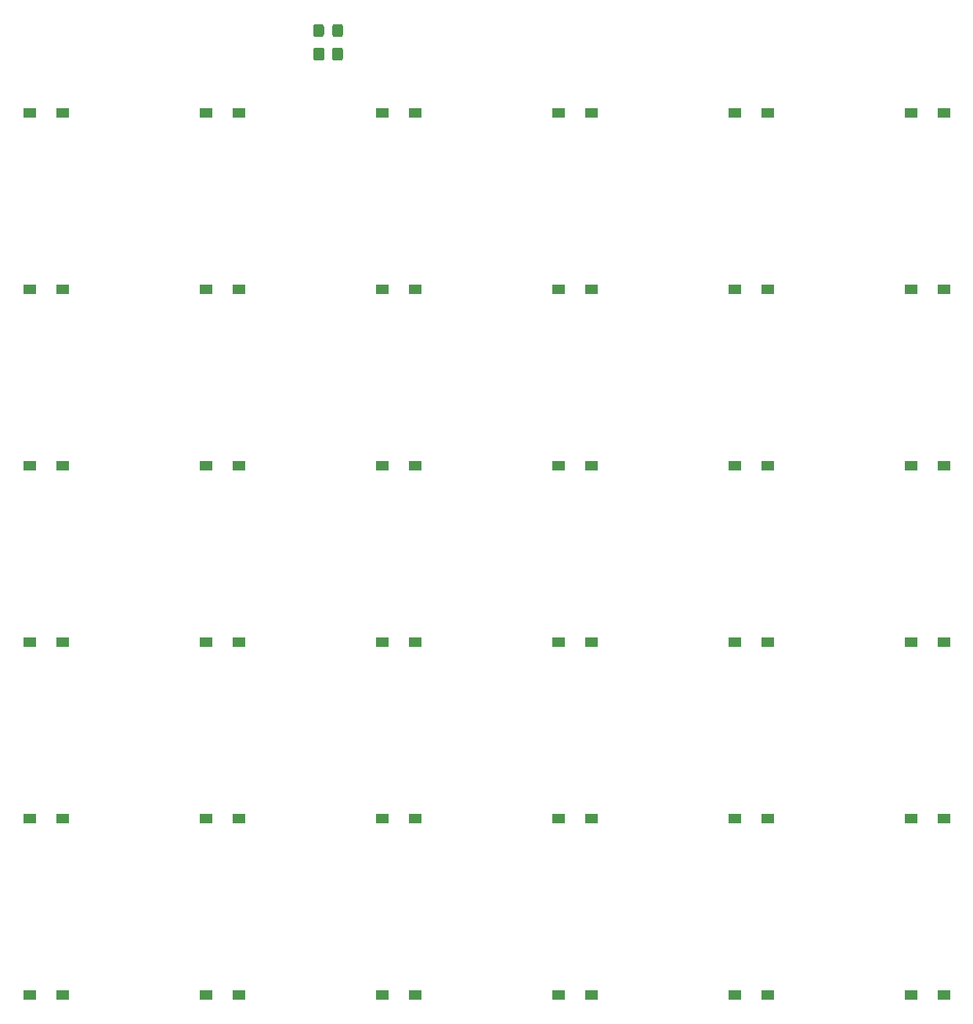
<source format=gbp>
%TF.GenerationSoftware,KiCad,Pcbnew,(5.1.12-1-10_14)*%
%TF.CreationDate,2021-11-19T19:24:17+08:00*%
%TF.ProjectId,Pragmatic,50726167-6d61-4746-9963-2e6b69636164,0.2*%
%TF.SameCoordinates,Original*%
%TF.FileFunction,Paste,Bot*%
%TF.FilePolarity,Positive*%
%FSLAX46Y46*%
G04 Gerber Fmt 4.6, Leading zero omitted, Abs format (unit mm)*
G04 Created by KiCad (PCBNEW (5.1.12-1-10_14)) date 2021-11-19 19:24:17*
%MOMM*%
%LPD*%
G01*
G04 APERTURE LIST*
%ADD10R,1.400000X1.000000*%
G04 APERTURE END LIST*
G36*
G01*
X86030000Y-42995400D02*
X86030000Y-42094600D01*
G75*
G02*
X86279600Y-41845000I249600J0D01*
G01*
X86980400Y-41845000D01*
G75*
G02*
X87230000Y-42094600I0J-249600D01*
G01*
X87230000Y-42995400D01*
G75*
G02*
X86980400Y-43245000I-249600J0D01*
G01*
X86279600Y-43245000D01*
G75*
G02*
X86030000Y-42995400I0J249600D01*
G01*
G37*
G36*
G01*
X88030000Y-42995400D02*
X88030000Y-42094600D01*
G75*
G02*
X88279600Y-41845000I249600J0D01*
G01*
X88980400Y-41845000D01*
G75*
G02*
X89230000Y-42094600I0J-249600D01*
G01*
X89230000Y-42995400D01*
G75*
G02*
X88980400Y-43245000I-249600J0D01*
G01*
X88279600Y-43245000D01*
G75*
G02*
X88030000Y-42995400I0J249600D01*
G01*
G37*
G36*
G01*
X88080000Y-40455450D02*
X88080000Y-39554550D01*
G75*
G02*
X88329550Y-39305000I249550J0D01*
G01*
X88980450Y-39305000D01*
G75*
G02*
X89230000Y-39554550I0J-249550D01*
G01*
X89230000Y-40455450D01*
G75*
G02*
X88980450Y-40705000I-249550J0D01*
G01*
X88329550Y-40705000D01*
G75*
G02*
X88080000Y-40455450I0J249550D01*
G01*
G37*
G36*
G01*
X86030000Y-40455450D02*
X86030000Y-39554550D01*
G75*
G02*
X86279550Y-39305000I249550J0D01*
G01*
X86930450Y-39305000D01*
G75*
G02*
X87180000Y-39554550I0J-249550D01*
G01*
X87180000Y-40455450D01*
G75*
G02*
X86930450Y-40705000I-249550J0D01*
G01*
X86279550Y-40705000D01*
G75*
G02*
X86030000Y-40455450I0J249550D01*
G01*
G37*
D10*
X150625000Y-144145000D03*
X154175000Y-144145000D03*
X131575000Y-144145000D03*
X135125000Y-144145000D03*
X112525000Y-144145000D03*
X116075000Y-144145000D03*
X93475000Y-144145000D03*
X97025000Y-144145000D03*
X74425000Y-144145000D03*
X77975000Y-144145000D03*
X55375000Y-144145000D03*
X58925000Y-144145000D03*
X150625000Y-125095000D03*
X154175000Y-125095000D03*
X131575000Y-125095000D03*
X135125000Y-125095000D03*
X112525000Y-125095000D03*
X116075000Y-125095000D03*
X93475000Y-125095000D03*
X97025000Y-125095000D03*
X74425000Y-125095000D03*
X77975000Y-125095000D03*
X55375000Y-125095000D03*
X58925000Y-125095000D03*
X150625000Y-106045000D03*
X154175000Y-106045000D03*
X131575000Y-106045000D03*
X135125000Y-106045000D03*
X112525000Y-106045000D03*
X116075000Y-106045000D03*
X93475000Y-106045000D03*
X97025000Y-106045000D03*
X74425000Y-106045000D03*
X77975000Y-106045000D03*
X55375000Y-106045000D03*
X58925000Y-106045000D03*
X150625000Y-86995000D03*
X154175000Y-86995000D03*
X131575000Y-86995000D03*
X135125000Y-86995000D03*
X112525000Y-86995000D03*
X116075000Y-86995000D03*
X93475000Y-86995000D03*
X97025000Y-86995000D03*
X74425000Y-86995000D03*
X77975000Y-86995000D03*
X55375000Y-86995000D03*
X58925000Y-86995000D03*
X150625000Y-67945000D03*
X154175000Y-67945000D03*
X131575000Y-67945000D03*
X135125000Y-67945000D03*
X112525000Y-67945000D03*
X116075000Y-67945000D03*
X93475000Y-67945000D03*
X97025000Y-67945000D03*
X150625000Y-48895000D03*
X154175000Y-48895000D03*
X131575000Y-48895000D03*
X135125000Y-48895000D03*
X112525000Y-48895000D03*
X116075000Y-48895000D03*
X93475000Y-48895000D03*
X97025000Y-48895000D03*
X74425000Y-67945000D03*
X77975000Y-67945000D03*
X55375000Y-67945000D03*
X58925000Y-67945000D03*
X74425000Y-48895000D03*
X77975000Y-48895000D03*
X55375000Y-48895000D03*
X58925000Y-48895000D03*
M02*

</source>
